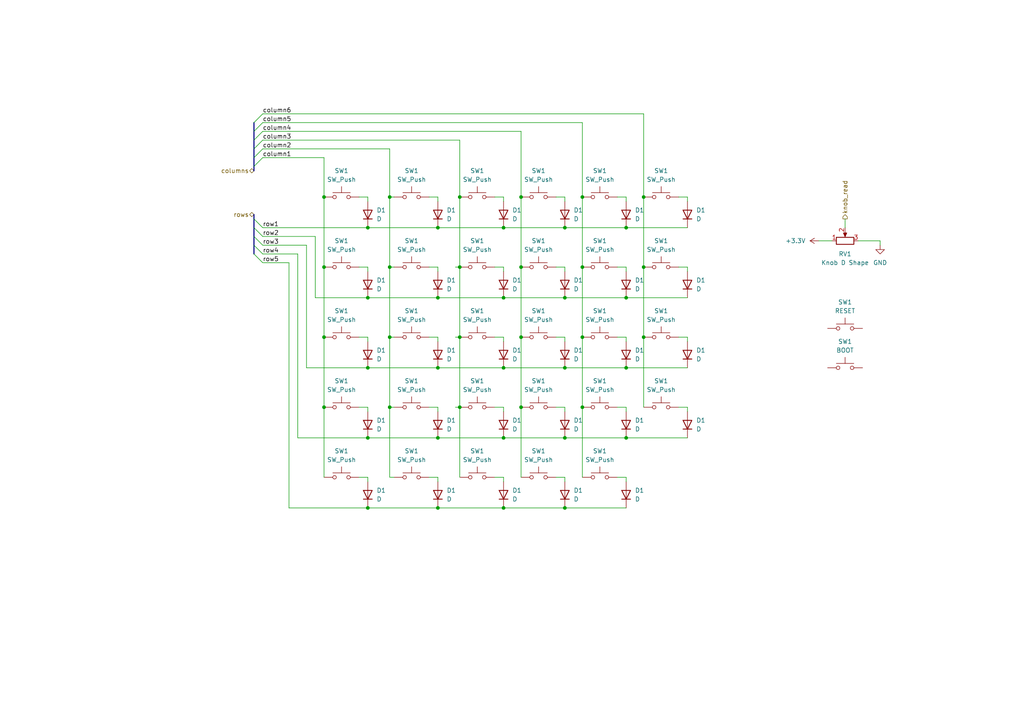
<source format=kicad_sch>
(kicad_sch (version 20230121) (generator eeschema)
  (paper "A4")
  (title_block (title "バングー Keyboard Schematic") (date "2024-01-20"))
  (lib_symbols
    (symbol "Device:D" (pin_numbers hide) (pin_names (offset 1.016) hide)
      (property "Reference" "D" (at 0 2.54 0))
      (property "Value" "D" (at 0 -2.54 0))
      (symbol "D_0_1"
        (polyline (pts (xy -1.27 1.27) (xy -1.27 -1.27)) (stroke (width 0.254)))
        (polyline (pts (xy 1.27 0) (xy -1.27 0)))
        (polyline (pts (xy 1.27 1.27) (xy 1.27 -1.27) (xy -1.27 0) (xy 1.27 1.27)) (stroke (width 0.254)))
      )
      (symbol "D_1_1"
        (pin passive line (at -3.81 0 0) (length 2.54) (name "K") (number "1"))
        (pin passive line (at 3.81 0 180) (length 2.54) (name "A") (number "2"))
      )
    )
    (symbol "Device:R_Potentiometer" (pin_names (offset 1.016) hide)
      (property "Reference" "RV" (at -4.445 0 90))
      (property "Value" "R_Potentiometer" (at -2.54 0 90))
      (symbol "R_Potentiometer_0_1"
        (polyline (pts (xy 2.54 0) (xy 1.524 0)))
        (polyline (pts (xy 1.143 0) (xy 2.286 0.508) (xy 2.286 -0.508) (xy 1.143 0)) (fill (type outline)))
        (rectangle (start 1.016 2.54) (end -1.016 -2.54) (stroke (width 0.254)))
      )
      (symbol "R_Potentiometer_1_1"
        (pin passive line (at 0 3.81 270) (length 1.27) (name "1") (number "1"))
        (pin passive line (at 3.81 0 180) (length 1.27) (name "2") (number "2"))
        (pin passive line (at 0 -3.81 90) (length 1.27) (name "3") (number "3"))
      )
    )
    (symbol "Switch:SW_Push" (pin_numbers hide) (pin_names (offset 1.016) hide)
      (property "Reference" "SW" (at 1.27 2.54 0))
      (property "Value" "SW_Push" (at 0 -1.524 0))
      (symbol "SW_Push_0_1"
        (circle (center -2.032 0) (radius 0.508))
        (polyline (pts (xy 0 1.27) (xy 0 3.048)))
        (polyline (pts (xy 2.54 1.27) (xy -2.54 1.27)))
        (circle (center 2.032 0) (radius 0.508))
        (pin passive line (at -5.08 0 0) (length 2.54) (name "1") (number "1"))
        (pin passive line (at 5.08 0 180) (length 2.54) (name "2") (number "2"))
      )
    )
    (symbol "power:+3.3V" (power) (pin_names (offset 0))
      (property "Value" "+3.3V" (at 0 3.556 0))
      (symbol "+3.3V_0_1"
        (polyline (pts (xy -0.762 1.27) (xy 0 2.54)))
        (polyline (pts (xy 0 0) (xy 0 2.54)))
        (polyline (pts (xy 0 2.54) (xy 0.762 1.27)))
      )
      (symbol "+3.3V_1_1"
        (pin power_in line (at 0 0 90) (length 0) hide (name "+3.3V") (number "1"))
      )
    )
    (symbol "power:GND" (power) (pin_names (offset 0))
      (property "Value" "GND" (at 0 -3.81 0))
      (symbol "GND_0_1"
        (polyline (pts (xy 0 0) (xy 0 -1.27) (xy 1.27 -1.27) (xy 0 -2.54) (xy -1.27 -1.27) (xy 0 -1.27)))
      )
      (symbol "GND_1_1"
        (pin power_in line (at 0 0 270) (length 0) hide (name "GND") (number "1"))
      )
    )
  )
  (junction (at 133.35 57.15))
  (junction (at 163.83 147.32))
  (junction (at 146.05 106.68))
  (junction (at 168.91 57.15))
  (junction (at 146.05 127))
  (junction (at 133.35 97.79))
  (junction (at 151.13 77.47))
  (junction (at 181.61 106.68))
  (junction (at 93.98 118.11))
  (junction (at 186.69 77.47))
  (junction (at 113.03 77.47))
  (junction (at 133.35 118.11))
  (junction (at 186.69 57.15))
  (junction (at 127 106.68))
  (junction (at 163.83 106.68))
  (junction (at 186.69 97.79))
  (junction (at 113.03 57.15))
  (junction (at 106.68 86.36))
  (junction (at 181.61 66.04))
  (junction (at 181.61 127))
  (junction (at 127 127))
  (junction (at 181.61 86.36))
  (junction (at 168.91 77.47))
  (junction (at 93.98 97.79))
  (junction (at 146.05 66.04))
  (junction (at 146.05 147.32))
  (junction (at 151.13 97.79))
  (junction (at 168.91 97.79))
  (junction (at 93.98 77.47))
  (junction (at 106.68 106.68))
  (junction (at 168.91 118.11))
  (junction (at 113.03 118.11))
  (junction (at 163.83 127))
  (junction (at 113.03 97.79))
  (junction (at 93.98 57.15))
  (junction (at 163.83 66.04))
  (junction (at 127 86.36))
  (junction (at 106.68 66.04))
  (junction (at 106.68 147.32))
  (junction (at 163.83 86.36))
  (junction (at 133.35 77.47))
  (junction (at 151.13 118.11))
  (junction (at 146.05 86.36))
  (junction (at 127 66.04))
  (junction (at 127 147.32))
  (junction (at 106.68 127))
  (junction (at 151.13 57.15))
  (bus_entry (at 76.2 66.04) (size -2.54 -2.54))
  (bus_entry (at 76.2 71.12) (size -2.54 -2.54))
  (bus_entry (at 73.66 43.18) (size 2.54 -2.54))
  (bus_entry (at 76.2 76.2) (size -2.54 -2.54))
  (bus_entry (at 73.66 48.26) (size 2.54 -2.54))
  (bus_entry (at 73.66 38.1) (size 2.54 -2.54))
  (bus_entry (at 73.66 45.72) (size 2.54 -2.54))
  (bus_entry (at 76.2 68.58) (size -2.54 -2.54))
  (bus_entry (at 76.2 73.66) (size -2.54 -2.54))
  (bus_entry (at 73.66 40.64) (size 2.54 -2.54))
  (bus_entry (at 73.66 35.56) (size 2.54 -2.54))
  (wire (pts (xy 104.14 118.11) (xy 106.68 118.11)))
  (wire (pts (xy 163.83 57.15) (xy 163.83 58.42)))
  (wire (pts (xy 124.46 138.43) (xy 127 138.43)))
  (wire (pts (xy 127 106.68) (xy 146.05 106.68)))
  (wire (pts (xy 146.05 127) (xy 163.83 127)))
  (wire (pts (xy 161.29 57.15) (xy 163.83 57.15)))
  (wire (pts (xy 76.2 38.1) (xy 151.13 38.1)))
  (wire (pts (xy 151.13 97.79) (xy 151.13 118.11)))
  (wire (pts (xy 127 66.04) (xy 146.05 66.04)))
  (wire (pts (xy 199.39 77.47) (xy 199.39 78.74)))
  (wire (pts (xy 91.44 68.58) (xy 91.44 86.36)))
  (wire (pts (xy 106.68 66.04) (xy 127 66.04)))
  (wire (pts (xy 104.14 138.43) (xy 106.68 138.43)))
  (wire (pts (xy 106.68 118.11) (xy 106.68 119.38)))
  (wire (pts (xy 161.29 97.79) (xy 163.83 97.79)))
  (wire (pts (xy 181.61 106.68) (xy 199.39 106.68)))
  (wire (pts (xy 196.85 97.79) (xy 199.39 97.79)))
  (wire (pts (xy 151.13 57.15) (xy 151.13 77.47)))
  (wire (pts (xy 181.61 57.15) (xy 181.61 58.42)))
  (wire (pts (xy 151.13 77.47) (xy 151.13 97.79)))
  (wire (pts (xy 179.07 138.43) (xy 181.61 138.43)))
  (wire (pts (xy 181.61 118.11) (xy 181.61 119.38)))
  (wire (pts (xy 106.68 127) (xy 127 127)))
  (wire (pts (xy 76.2 33.02) (xy 186.69 33.02)))
  (bus (pts (xy 73.66 40.64) (xy 73.66 43.18)))
  (wire (pts (xy 83.82 147.32) (xy 106.68 147.32)))
  (wire (pts (xy 93.98 118.11) (xy 93.98 138.43)))
  (wire (pts (xy 146.05 77.47) (xy 146.05 78.74)))
  (wire (pts (xy 168.91 35.56) (xy 168.91 57.15)))
  (wire (pts (xy 179.07 97.79) (xy 181.61 97.79)))
  (wire (pts (xy 88.9 71.12) (xy 76.2 71.12)))
  (bus (pts (xy 73.66 38.1) (xy 73.66 40.64)))
  (wire (pts (xy 133.35 77.47) (xy 133.35 97.79)))
  (wire (pts (xy 186.69 77.47) (xy 186.69 97.79)))
  (wire (pts (xy 168.91 77.47) (xy 168.91 97.79)))
  (wire (pts (xy 143.51 138.43) (xy 146.05 138.43)))
  (wire (pts (xy 76.2 76.2) (xy 83.82 76.2)))
  (bus (pts (xy 73.66 68.58) (xy 73.66 71.12)))
  (wire (pts (xy 127 138.43) (xy 127 139.7)))
  (wire (pts (xy 124.46 97.79) (xy 127 97.79)))
  (wire (pts (xy 106.68 97.79) (xy 106.68 99.06)))
  (wire (pts (xy 113.03 97.79) (xy 113.03 118.11)))
  (wire (pts (xy 76.2 66.04) (xy 106.68 66.04)))
  (wire (pts (xy 181.61 127) (xy 199.39 127)))
  (bus (pts (xy 73.66 35.56) (xy 73.66 38.1)))
  (wire (pts (xy 161.29 138.43) (xy 163.83 138.43)))
  (wire (pts (xy 163.83 106.68) (xy 181.61 106.68)))
  (wire (pts (xy 88.9 106.68) (xy 88.9 71.12)))
  (wire (pts (xy 127 127) (xy 146.05 127)))
  (wire (pts (xy 143.51 118.11) (xy 146.05 118.11)))
  (wire (pts (xy 146.05 57.15) (xy 146.05 58.42)))
  (wire (pts (xy 179.07 77.47) (xy 181.61 77.47)))
  (bus (pts (xy 73.66 66.04) (xy 73.66 68.58)))
  (wire (pts (xy 151.13 118.11) (xy 151.13 138.43)))
  (wire (pts (xy 163.83 77.47) (xy 163.83 78.74)))
  (wire (pts (xy 163.83 127) (xy 181.61 127)))
  (wire (pts (xy 248.92 69.85) (xy 255.27 69.85)))
  (wire (pts (xy 163.83 147.32) (xy 181.61 147.32)))
  (wire (pts (xy 127 147.32) (xy 146.05 147.32)))
  (bus (pts (xy 73.66 45.72) (xy 73.66 48.26)))
  (wire (pts (xy 133.35 57.15) (xy 133.35 77.47)))
  (bus (pts (xy 73.66 43.18) (xy 73.66 45.72)))
  (wire (pts (xy 124.46 57.15) (xy 127 57.15)))
  (wire (pts (xy 113.03 57.15) (xy 113.03 77.47)))
  (wire (pts (xy 76.2 68.58) (xy 91.44 68.58)))
  (wire (pts (xy 161.29 118.11) (xy 163.83 118.11)))
  (wire (pts (xy 199.39 57.15) (xy 199.39 58.42)))
  (bus (pts (xy 73.66 48.26) (xy 73.66 49.53)))
  (wire (pts (xy 196.85 57.15) (xy 199.39 57.15)))
  (wire (pts (xy 181.61 77.47) (xy 181.61 78.74)))
  (wire (pts (xy 146.05 86.36) (xy 163.83 86.36)))
  (wire (pts (xy 168.91 118.11) (xy 168.91 138.43)))
  (wire (pts (xy 163.83 97.79) (xy 163.83 99.06)))
  (wire (pts (xy 113.03 118.11) (xy 114.3 118.11)))
  (wire (pts (xy 179.07 118.11) (xy 181.61 118.11)))
  (wire (pts (xy 143.51 77.47) (xy 146.05 77.47)))
  (wire (pts (xy 86.36 127) (xy 106.68 127)))
  (wire (pts (xy 113.03 43.18) (xy 113.03 57.15)))
  (wire (pts (xy 113.03 77.47) (xy 113.03 97.79)))
  (wire (pts (xy 106.68 77.47) (xy 106.68 78.74)))
  (wire (pts (xy 113.03 118.11) (xy 113.03 138.43)))
  (wire (pts (xy 151.13 38.1) (xy 151.13 57.15)))
  (wire (pts (xy 199.39 118.11) (xy 199.39 119.38)))
  (wire (pts (xy 88.9 106.68) (xy 106.68 106.68)))
  (wire (pts (xy 255.27 69.85) (xy 255.27 71.12)))
  (wire (pts (xy 106.68 86.36) (xy 127 86.36)))
  (wire (pts (xy 146.05 138.43) (xy 146.05 139.7)))
  (wire (pts (xy 113.03 138.43) (xy 114.3 138.43)))
  (wire (pts (xy 106.68 106.68) (xy 127 106.68)))
  (wire (pts (xy 181.61 86.36) (xy 199.39 86.36)))
  (wire (pts (xy 146.05 66.04) (xy 163.83 66.04)))
  (wire (pts (xy 237.49 69.85) (xy 241.3 69.85)))
  (wire (pts (xy 104.14 57.15) (xy 106.68 57.15)))
  (wire (pts (xy 186.69 57.15) (xy 186.69 77.47)))
  (wire (pts (xy 196.85 77.47) (xy 199.39 77.47)))
  (wire (pts (xy 133.35 118.11) (xy 133.35 138.43)))
  (wire (pts (xy 113.03 77.47) (xy 114.3 77.47)))
  (wire (pts (xy 127 57.15) (xy 127 58.42)))
  (wire (pts (xy 93.98 45.72) (xy 93.98 57.15)))
  (wire (pts (xy 93.98 57.15) (xy 93.98 77.47)))
  (wire (pts (xy 163.83 138.43) (xy 163.83 139.7)))
  (wire (pts (xy 186.69 97.79) (xy 186.69 118.11)))
  (wire (pts (xy 146.05 97.79) (xy 146.05 99.06)))
  (wire (pts (xy 76.2 35.56) (xy 168.91 35.56)))
  (wire (pts (xy 83.82 76.2) (xy 83.82 147.32)))
  (wire (pts (xy 127 77.47) (xy 127 78.74)))
  (wire (pts (xy 104.14 77.47) (xy 106.68 77.47)))
  (bus (pts (xy 73.66 63.5) (xy 73.66 66.04)))
  (bus (pts (xy 73.66 71.12) (xy 73.66 73.66)))
  (wire (pts (xy 163.83 118.11) (xy 163.83 119.38)))
  (wire (pts (xy 168.91 57.15) (xy 168.91 77.47)))
  (wire (pts (xy 133.35 40.64) (xy 133.35 57.15)))
  (wire (pts (xy 124.46 77.47) (xy 127 77.47)))
  (wire (pts (xy 76.2 43.18) (xy 113.03 43.18)))
  (wire (pts (xy 113.03 57.15) (xy 114.3 57.15)))
  (wire (pts (xy 106.68 138.43) (xy 106.68 139.7)))
  (wire (pts (xy 86.36 73.66) (xy 86.36 127)))
  (wire (pts (xy 146.05 106.68) (xy 163.83 106.68)))
  (wire (pts (xy 143.51 57.15) (xy 146.05 57.15)))
  (wire (pts (xy 76.2 73.66) (xy 86.36 73.66)))
  (wire (pts (xy 91.44 86.36) (xy 106.68 86.36)))
  (wire (pts (xy 161.29 77.47) (xy 163.83 77.47)))
  (wire (pts (xy 186.69 33.02) (xy 186.69 57.15)))
  (wire (pts (xy 168.91 97.79) (xy 168.91 118.11)))
  (wire (pts (xy 93.98 97.79) (xy 93.98 118.11)))
  (wire (pts (xy 127 97.79) (xy 127 99.06)))
  (wire (pts (xy 76.2 40.64) (xy 133.35 40.64)))
  (wire (pts (xy 133.35 77.47) (xy 132.08 77.47)))
  (wire (pts (xy 127 86.36) (xy 146.05 86.36)))
  (wire (pts (xy 245.11 63.5) (xy 245.11 66.04)))
  (wire (pts (xy 124.46 118.11) (xy 127 118.11)))
  (wire (pts (xy 113.03 97.79) (xy 114.3 97.79)))
  (bus (pts (xy 73.66 62.23) (xy 73.66 63.5)))
  (wire (pts (xy 143.51 97.79) (xy 146.05 97.79)))
  (wire (pts (xy 181.61 97.79) (xy 181.61 99.06)))
  (wire (pts (xy 146.05 147.32) (xy 163.83 147.32)))
  (wire (pts (xy 181.61 138.43) (xy 181.61 139.7)))
  (wire (pts (xy 199.39 97.79) (xy 199.39 99.06)))
  (wire (pts (xy 146.05 118.11) (xy 146.05 119.38)))
  (wire (pts (xy 163.83 86.36) (xy 181.61 86.36)))
  (wire (pts (xy 133.35 118.11) (xy 132.08 118.11)))
  (wire (pts (xy 179.07 57.15) (xy 181.61 57.15)))
  (wire (pts (xy 127 118.11) (xy 127 119.38)))
  (wire (pts (xy 104.14 97.79) (xy 106.68 97.79)))
  (wire (pts (xy 163.83 66.04) (xy 181.61 66.04)))
  (wire (pts (xy 133.35 97.79) (xy 133.35 118.11)))
  (wire (pts (xy 76.2 45.72) (xy 93.98 45.72)))
  (wire (pts (xy 133.35 97.79) (xy 132.08 97.79)))
  (wire (pts (xy 196.85 118.11) (xy 199.39 118.11)))
  (wire (pts (xy 181.61 66.04) (xy 199.39 66.04)))
  (wire (pts (xy 106.68 57.15) (xy 106.68 58.42)))
  (wire (pts (xy 93.98 77.47) (xy 93.98 97.79)))
  (wire (pts (xy 106.68 147.32) (xy 127 147.32)))
  (label "row4" (at 76.2 73.66 0))
  (label "row3" (at 76.2 71.12 0))
  (label "row2" (at 76.2 68.58 0))
  (label "column3" (at 76.2 40.64 0))
  (label "column1" (at 76.2 45.72 0))
  (label "row1" (at 76.2 66.04 0))
  (label "column2" (at 76.2 43.18 0))
  (label "column5" (at 76.2 35.56 0))
  (label "column4" (at 76.2 38.1 0))
  (label "row5" (at 76.2 76.2 0))
  (label "column6" (at 76.2 33.02 0))
  (hierarchical_label "rows" (shape bidirectional) (at 73.66 62.23 180))
  (hierarchical_label "knob_read" (shape output) (at 245.11 63.5 90))
  (hierarchical_label "columns" (shape bidirectional) (at 73.66 49.53 180))
  (symbol (lib_id "Switch:SW_Push") (at 191.77 77.47 0) (unit 1)
    (property "Reference" "SW1" (at 191.77 69.85 0))
    (property "Value" "SW_Push" (at 191.77 72.39 0))
    (instances (project "lily58_keyboard" (path "" (reference "SW1") (unit 1)) (path "" (reference "SW12") (unit 1))))
  )
  (symbol (lib_id "Device:D") (at 163.83 82.55 90) (unit 1)
    (property "Reference" "D1" (at 166.37 81.28 90) (effects (justify right)))
    (property "Value" "D" (at 166.37 83.82 90) (effects (justify right)))
    (property "Sim.Device" "D" (effects hide))
    (property "Sim.Pins" "1=K 2=A" (effects hide))
    (instances (project "lily58_keyboard" (path "" (reference "D1") (unit 1)) (path "" (reference "D10") (unit 1))))
  )
  (symbol (lib_id "Switch:SW_Push") (at 191.77 97.79 0) (unit 1)
    (property "Reference" "SW1" (at 191.77 90.17 0))
    (property "Value" "SW_Push" (at 191.77 92.71 0))
    (instances (project "lily58_keyboard" (path "" (reference "SW1") (unit 1)) (path "" (reference "SW18") (unit 1))))
  )
  (symbol (lib_id "Device:D") (at 146.05 62.23 90) (unit 1)
    (property "Reference" "D1" (at 148.59 60.96 90) (effects (justify right)))
    (property "Value" "D" (at 148.59 63.5 90) (effects (justify right)))
    (property "Sim.Device" "D" (effects hide))
    (property "Sim.Pins" "1=K 2=A" (effects hide))
    (instances (project "lily58_keyboard" (path "" (reference "D1") (unit 1)) (path "" (reference "D3") (unit 1))))
  )
  (symbol (lib_id "Device:D") (at 127 62.23 90) (unit 1)
    (property "Reference" "D1" (at 129.54 60.96 90) (effects (justify right)))
    (property "Value" "D" (at 129.54 63.5 90) (effects (justify right)))
    (property "Sim.Device" "D" (effects hide))
    (property "Sim.Pins" "1=K 2=A" (effects hide))
    (instances (project "lily58_keyboard" (path "" (reference "D1") (unit 1)) (path "" (reference "D2") (unit 1))))
  )
  (symbol (lib_id "Device:D") (at 106.68 62.23 90) (unit 1)
    (property "Reference" "D1" (at 109.22 60.96 90) (effects (justify right)))
    (property "Value" "D" (at 109.22 63.5 90) (effects (justify right)))
    (property "Sim.Device" "D" (effects hide))
    (property "Sim.Pins" "1=K 2=A" (effects hide))
  )
  (symbol (lib_id "Switch:SW_Push") (at 173.99 97.79 0) (unit 1)
    (property "Reference" "SW1" (at 173.99 90.17 0))
    (property "Value" "SW_Push" (at 173.99 92.71 0))
    (instances (project "lily58_keyboard" (path "" (reference "SW1") (unit 1)) (path "" (reference "SW17") (unit 1))))
  )
  (symbol (lib_id "Device:D") (at 163.83 102.87 90) (unit 1)
    (property "Reference" "D1" (at 166.37 101.6 90) (effects (justify right)))
    (property "Value" "D" (at 166.37 104.14 90) (effects (justify right)))
    (property "Sim.Device" "D" (effects hide))
    (property "Sim.Pins" "1=K 2=A" (effects hide))
    (instances (project "lily58_keyboard" (path "" (reference "D1") (unit 1)) (path "" (reference "D16") (unit 1))))
  )
  (symbol (lib_id "Switch:SW_Push") (at 138.43 57.15 0) (unit 1)
    (property "Reference" "SW1" (at 138.43 49.53 0))
    (property "Value" "SW_Push" (at 138.43 52.07 0))
    (instances (project "lily58_keyboard" (path "" (reference "SW1") (unit 1)) (path "" (reference "SW3") (unit 1))))
  )
  (symbol (lib_id "Switch:SW_Push") (at 156.21 138.43 0) (unit 1)
    (property "Reference" "SW1" (at 156.21 130.81 0))
    (property "Value" "SW_Push" (at 156.21 133.35 0))
    (instances (project "lily58_keyboard" (path "" (reference "SW1") (unit 1)) (path "" (reference "SW28") (unit 1))))
  )
  (symbol (lib_id "Switch:SW_Push") (at 99.06 97.79 0) (unit 1)
    (property "Reference" "SW1" (at 99.06 90.17 0))
    (property "Value" "SW_Push" (at 99.06 92.71 0))
    (instances (project "lily58_keyboard" (path "" (reference "SW1") (unit 1)) (path "" (reference "SW13") (unit 1))))
  )
  (symbol (lib_id "Switch:SW_Push") (at 99.06 77.47 0) (unit 1)
    (property "Reference" "SW1" (at 99.06 69.85 0))
    (property "Value" "SW_Push" (at 99.06 72.39 0))
    (instances (project "lily58_keyboard" (path "" (reference "SW1") (unit 1)) (path "" (reference "SW7") (unit 1))))
  )
  (symbol (lib_id "Device:D") (at 146.05 123.19 90) (unit 1)
    (property "Reference" "D1" (at 148.59 121.92 90) (effects (justify right)))
    (property "Value" "D" (at 148.59 124.46 90) (effects (justify right)))
    (property "Sim.Device" "D" (effects hide))
    (property "Sim.Pins" "1=K 2=A" (effects hide))
    (instances (project "lily58_keyboard" (path "" (reference "D1") (unit 1)) (path "" (reference "D21") (unit 1))))
  )
  (symbol (lib_id "Device:D") (at 181.61 123.19 90) (unit 1)
    (property "Reference" "D1" (at 184.15 121.92 90) (effects (justify right)))
    (property "Value" "D" (at 184.15 124.46 90) (effects (justify right)))
    (property "Sim.Device" "D" (effects hide))
    (property "Sim.Pins" "1=K 2=A" (effects hide))
    (instances (project "lily58_keyboard" (path "" (reference "D1") (unit 1)) (path "" (reference "D23") (unit 1))))
  )
  (symbol (lib_id "Device:D") (at 106.68 123.19 90) (unit 1)
    (property "Reference" "D1" (at 109.22 121.92 90) (effects (justify right)))
    (property "Value" "D" (at 109.22 124.46 90) (effects (justify right)))
    (property "Sim.Device" "D" (effects hide))
    (property "Sim.Pins" "1=K 2=A" (effects hide))
    (instances (project "lily58_keyboard" (path "" (reference "D1") (unit 1)) (path "" (reference "D19") (unit 1))))
  )
  (symbol (lib_id "Switch:SW_Push") (at 138.43 118.11 0) (unit 1)
    (property "Reference" "SW1" (at 138.43 110.49 0))
    (property "Value" "SW_Push" (at 138.43 113.03 0))
    (instances (project "lily58_keyboard" (path "" (reference "SW1") (unit 1)) (path "" (reference "SW21") (unit 1))))
  )
  (symbol (lib_id "Device:D") (at 127 82.55 90) (unit 1)
    (property "Reference" "D1" (at 129.54 81.28 90) (effects (justify right)))
    (property "Value" "D" (at 129.54 83.82 90) (effects (justify right)))
    (property "Sim.Device" "D" (effects hide))
    (property "Sim.Pins" "1=K 2=A" (effects hide))
    (instances (project "lily58_keyboard" (path "" (reference "D1") (unit 1)) (path "" (reference "D8") (unit 1))))
  )
  (symbol (lib_id "Switch:SW_Push") (at 191.77 57.15 0) (unit 1)
    (property "Reference" "SW1" (at 191.77 49.53 0))
    (property "Value" "SW_Push" (at 191.77 52.07 0))
    (instances (project "lily58_keyboard" (path "" (reference "SW1") (unit 1)) (path "" (reference "SW6") (unit 1))))
  )
  (symbol (lib_id "Switch:SW_Push") (at 156.21 57.15 0) (unit 1)
    (property "Reference" "SW1" (at 156.21 49.53 0))
    (property "Value" "SW_Push" (at 156.21 52.07 0))
    (instances (project "lily58_keyboard" (path "" (reference "SW1") (unit 1)) (path "" (reference "SW4") (unit 1))))
  )
  (symbol (lib_id "Switch:SW_Push") (at 156.21 97.79 0) (unit 1)
    (property "Reference" "SW1" (at 156.21 90.17 0))
    (property "Value" "SW_Push" (at 156.21 92.71 0))
    (instances (project "lily58_keyboard" (path "" (reference "SW1") (unit 1)) (path "" (reference "SW16") (unit 1))))
  )
  (symbol (lib_id "Switch:SW_Push") (at 173.99 138.43 0) (unit 1)
    (property "Reference" "SW1" (at 173.99 130.81 0))
    (property "Value" "SW_Push" (at 173.99 133.35 0))
    (instances (project "lily58_keyboard" (path "" (reference "SW1") (unit 1)) (path "" (reference "SW29") (unit 1))))
  )
  (symbol (lib_id "Device:D") (at 106.68 102.87 90) (unit 1)
    (property "Reference" "D1" (at 109.22 101.6 90) (effects (justify right)))
    (property "Value" "D" (at 109.22 104.14 90) (effects (justify right)))
    (property "Sim.Device" "D" (effects hide))
    (property "Sim.Pins" "1=K 2=A" (effects hide))
    (instances (project "lily58_keyboard" (path "" (reference "D1") (unit 1)) (path "" (reference "D13") (unit 1))))
  )
  (symbol (lib_id "Switch:SW_Push") (at 119.38 57.15 0) (unit 1)
    (property "Reference" "SW1" (at 119.38 49.53 0))
    (property "Value" "SW_Push" (at 119.38 52.07 0))
    (instances (project "lily58_keyboard" (path "" (reference "SW1") (unit 1)) (path "" (reference "SW2") (unit 1))))
  )
  (symbol (lib_id "Device:D") (at 127 102.87 90) (unit 1)
    (property "Reference" "D1" (at 129.54 101.6 90) (effects (justify right)))
    (property "Value" "D" (at 129.54 104.14 90) (effects (justify right)))
    (property "Sim.Device" "D" (effects hide))
    (property "Sim.Pins" "1=K 2=A" (effects hide))
    (instances (project "lily58_keyboard" (path "" (reference "D1") (unit 1)) (path "" (reference "D14") (unit 1))))
  )
  (symbol (lib_id "Device:D") (at 181.61 102.87 90) (unit 1)
    (property "Reference" "D1" (at 184.15 101.6 90) (effects (justify right)))
    (property "Value" "D" (at 184.15 104.14 90) (effects (justify right)))
    (property "Sim.Device" "D" (effects hide))
    (property "Sim.Pins" "1=K 2=A" (effects hide))
    (instances (project "lily58_keyboard" (path "" (reference "D1") (unit 1)) (path "" (reference "D17") (unit 1))))
  )
  (symbol (lib_id "Switch:SW_Push") (at 173.99 57.15 0) (unit 1)
    (property "Reference" "SW1" (at 173.99 49.53 0))
    (property "Value" "SW_Push" (at 173.99 52.07 0))
    (instances (project "lily58_keyboard" (path "" (reference "SW1") (unit 1)) (path "" (reference "SW5") (unit 1))))
  )
  (symbol (lib_id "Device:R_Potentiometer") (at 245.11 69.85 90) (unit 1)
    (property "Reference" "RV1" (at 245.11 73.66 90))
    (property "Value" "Knob D Shape" (at 245.11 76.2 90))
  )
  (symbol (lib_id "power:+3.3V") (at 237.49 69.85 90) (unit 1)
    (property "Reference" "#PWR06" (effects hide))
    (property "Value" "+3.3V" (at 233.68 69.85 90) (effects (justify left)))
  )
  (symbol (lib_id "Switch:SW_Push") (at 138.43 97.79 0) (unit 1)
    (property "Reference" "SW1" (at 138.43 90.17 0))
    (property "Value" "SW_Push" (at 138.43 92.71 0))
    (instances (project "lily58_keyboard" (path "" (reference "SW1") (unit 1)) (path "" (reference "SW15") (unit 1))))
  )
  (symbol (lib_id "Device:D") (at 163.83 62.23 90) (unit 1)
    (property "Reference" "D1" (at 166.37 60.96 90) (effects (justify right)))
    (property "Value" "D" (at 166.37 63.5 90) (effects (justify right)))
    (property "Sim.Device" "D" (effects hide))
    (property "Sim.Pins" "1=K 2=A" (effects hide))
    (instances (project "lily58_keyboard" (path "" (reference "D1") (unit 1)) (path "" (reference "D4") (unit 1))))
  )
  (symbol (lib_id "Switch:SW_Push") (at 156.21 118.11 0) (unit 1)
    (property "Reference" "SW1" (at 156.21 110.49 0))
    (property "Value" "SW_Push" (at 156.21 113.03 0))
    (instances (project "lily58_keyboard" (path "" (reference "SW1") (unit 1)) (path "" (reference "SW22") (unit 1))))
  )
  (symbol (lib_id "Switch:SW_Push") (at 99.06 57.15 0) (unit 1)
    (property "Reference" "SW1" (at 99.06 49.53 0))
    (property "Value" "SW_Push" (at 99.06 52.07 0))
  )
  (symbol (lib_id "Device:D") (at 199.39 82.55 90) (unit 1)
    (property "Reference" "D1" (at 201.93 81.28 90) (effects (justify right)))
    (property "Value" "D" (at 201.93 83.82 90) (effects (justify right)))
    (property "Sim.Device" "D" (effects hide))
    (property "Sim.Pins" "1=K 2=A" (effects hide))
    (instances (project "lily58_keyboard" (path "" (reference "D1") (unit 1)) (path "" (reference "D12") (unit 1))))
  )
  (symbol (lib_id "Device:D") (at 181.61 143.51 90) (unit 1)
    (property "Reference" "D1" (at 184.15 142.24 90) (effects (justify right)))
    (property "Value" "D" (at 184.15 144.78 90) (effects (justify right)))
    (property "Sim.Device" "D" (effects hide))
    (property "Sim.Pins" "1=K 2=A" (effects hide))
    (instances (project "lily58_keyboard" (path "" (reference "D1") (unit 1)) (path "" (reference "D29") (unit 1))))
  )
  (symbol (lib_id "Device:D") (at 163.83 123.19 90) (unit 1)
    (property "Reference" "D1" (at 166.37 121.92 90) (effects (justify right)))
    (property "Value" "D" (at 166.37 124.46 90) (effects (justify right)))
    (property "Sim.Device" "D" (effects hide))
    (property "Sim.Pins" "1=K 2=A" (effects hide))
    (instances (project "lily58_keyboard" (path "" (reference "D1") (unit 1)) (path "" (reference "D22") (unit 1))))
  )
  (symbol (lib_id "Switch:SW_Push") (at 245.11 106.68 0) (unit 1)
    (property "Reference" "SW1" (at 245.11 99.06 0))
    (property "Value" "BOOT" (at 245.11 101.6 0))
    (instances (project "lily58_keyboard" (path "" (reference "SW1") (unit 1)) (path "" (reference "SW31") (unit 1))))
  )
  (symbol (lib_id "Switch:SW_Push") (at 119.38 97.79 0) (unit 1)
    (property "Reference" "SW1" (at 119.38 90.17 0))
    (property "Value" "SW_Push" (at 119.38 92.71 0))
    (instances (project "lily58_keyboard" (path "" (reference "SW1") (unit 1)) (path "" (reference "SW14") (unit 1))))
  )
  (symbol (lib_id "Device:D") (at 199.39 102.87 90) (unit 1)
    (property "Reference" "D1" (at 201.93 101.6 90) (effects (justify right)))
    (property "Value" "D" (at 201.93 104.14 90) (effects (justify right)))
    (property "Sim.Device" "D" (effects hide))
    (property "Sim.Pins" "1=K 2=A" (effects hide))
    (instances (project "lily58_keyboard" (path "" (reference "D1") (unit 1)) (path "" (reference "D18") (unit 1))))
  )
  (symbol (lib_id "Switch:SW_Push") (at 99.06 138.43 0) (unit 1)
    (property "Reference" "SW1" (at 99.06 130.81 0))
    (property "Value" "SW_Push" (at 99.06 133.35 0))
    (instances (project "lily58_keyboard" (path "" (reference "SW1") (unit 1)) (path "" (reference "SW25") (unit 1))))
  )
  (symbol (lib_id "Switch:SW_Push") (at 99.06 118.11 0) (unit 1)
    (property "Reference" "SW1" (at 99.06 110.49 0))
    (property "Value" "SW_Push" (at 99.06 113.03 0))
    (instances (project "lily58_keyboard" (path "" (reference "SW1") (unit 1)) (path "" (reference "SW19") (unit 1))))
  )
  (symbol (lib_id "Device:D") (at 106.68 82.55 90) (unit 1)
    (property "Reference" "D1" (at 109.22 81.28 90) (effects (justify right)))
    (property "Value" "D" (at 109.22 83.82 90) (effects (justify right)))
    (property "Sim.Device" "D" (effects hide))
    (property "Sim.Pins" "1=K 2=A" (effects hide))
    (instances (project "lily58_keyboard" (path "" (reference "D1") (unit 1)) (path "" (reference "D7") (unit 1))))
  )
  (symbol (lib_id "Device:D") (at 127 143.51 90) (unit 1)
    (property "Reference" "D1" (at 129.54 142.24 90) (effects (justify right)))
    (property "Value" "D" (at 129.54 144.78 90) (effects (justify right)))
    (property "Sim.Device" "D" (effects hide))
    (property "Sim.Pins" "1=K 2=A" (effects hide))
    (instances (project "lily58_keyboard" (path "" (reference "D1") (unit 1)) (path "" (reference "D26") (unit 1))))
  )
  (symbol (lib_id "Switch:SW_Push") (at 119.38 138.43 0) (unit 1)
    (property "Reference" "SW1" (at 119.38 130.81 0))
    (property "Value" "SW_Push" (at 119.38 133.35 0))
    (instances (project "lily58_keyboard" (path "" (reference "SW1") (unit 1)) (path "" (reference "SW26") (unit 1))))
  )
  (symbol (lib_id "Switch:SW_Push") (at 138.43 138.43 0) (unit 1)
    (property "Reference" "SW1" (at 138.43 130.81 0))
    (property "Value" "SW_Push" (at 138.43 133.35 0))
    (instances (project "lily58_keyboard" (path "" (reference "SW1") (unit 1)) (path "" (reference "SW27") (unit 1))))
  )
  (symbol (lib_id "power:GND") (at 255.27 71.12 0) (unit 1)
    (property "Reference" "#PWR05" (effects hide))
    (property "Value" "GND" (at 255.27 76.2 0))
  )
  (symbol (lib_id "Device:D") (at 181.61 62.23 90) (unit 1)
    (property "Reference" "D1" (at 184.15 60.96 90) (effects (justify right)))
    (property "Value" "D" (at 184.15 63.5 90) (effects (justify right)))
    (property "Sim.Device" "D" (effects hide))
    (property "Sim.Pins" "1=K 2=A" (effects hide))
    (instances (project "lily58_keyboard" (path "" (reference "D1") (unit 1)) (path "" (reference "D5") (unit 1))))
  )
  (symbol (lib_id "Switch:SW_Push") (at 173.99 77.47 0) (unit 1)
    (property "Reference" "SW1" (at 173.99 69.85 0))
    (property "Value" "SW_Push" (at 173.99 72.39 0))
    (instances (project "lily58_keyboard" (path "" (reference "SW1") (unit 1)) (path "" (reference "SW11") (unit 1))))
  )
  (symbol (lib_id "Device:D") (at 199.39 123.19 90) (unit 1)
    (property "Reference" "D1" (at 201.93 121.92 90) (effects (justify right)))
    (property "Value" "D" (at 201.93 124.46 90) (effects (justify right)))
    (property "Sim.Device" "D" (effects hide))
    (property "Sim.Pins" "1=K 2=A" (effects hide))
    (instances (project "lily58_keyboard" (path "" (reference "D1") (unit 1)) (path "" (reference "D24") (unit 1))))
  )
  (symbol (lib_id "Switch:SW_Push") (at 245.11 95.25 0) (unit 1)
    (property "Reference" "SW1" (at 245.11 87.63 0))
    (property "Value" "RESET" (at 245.11 90.17 0))
    (instances (project "lily58_keyboard" (path "" (reference "SW1") (unit 1)) (path "" (reference "SW30") (unit 1))))
  )
  (symbol (lib_id "Device:D") (at 146.05 82.55 90) (unit 1)
    (property "Reference" "D1" (at 148.59 81.28 90) (effects (justify right)))
    (property "Value" "D" (at 148.59 83.82 90) (effects (justify right)))
    (property "Sim.Device" "D" (effects hide))
    (property "Sim.Pins" "1=K 2=A" (effects hide))
    (instances (project "lily58_keyboard" (path "" (reference "D1") (unit 1)) (path "" (reference "D9") (unit 1))))
  )
  (symbol (lib_id "Device:D") (at 181.61 82.55 90) (unit 1)
    (property "Reference" "D1" (at 184.15 81.28 90) (effects (justify right)))
    (property "Value" "D" (at 184.15 83.82 90) (effects (justify right)))
    (property "Sim.Device" "D" (effects hide))
    (property "Sim.Pins" "1=K 2=A" (effects hide))
    (instances (project "lily58_keyboard" (path "" (reference "D1") (unit 1)) (path "" (reference "D11") (unit 1))))
  )
  (symbol (lib_id "Device:D") (at 199.39 62.23 90) (unit 1)
    (property "Reference" "D1" (at 201.93 60.96 90) (effects (justify right)))
    (property "Value" "D" (at 201.93 63.5 90) (effects (justify right)))
    (property "Sim.Device" "D" (effects hide))
    (property "Sim.Pins" "1=K 2=A" (effects hide))
    (instances (project "lily58_keyboard" (path "" (reference "D1") (unit 1)) (path "" (reference "D6") (unit 1))))
  )
  (symbol (lib_id "Switch:SW_Push") (at 138.43 77.47 0) (unit 1)
    (property "Reference" "SW1" (at 138.43 69.85 0))
    (property "Value" "SW_Push" (at 138.43 72.39 0))
    (instances (project "lily58_keyboard" (path "" (reference "SW1") (unit 1)) (path "" (reference "SW9") (unit 1))))
  )
  (symbol (lib_id "Device:D") (at 146.05 143.51 90) (unit 1)
    (property "Reference" "D1" (at 148.59 142.24 90) (effects (justify right)))
    (property "Value" "D" (at 148.59 144.78 90) (effects (justify right)))
    (property "Sim.Device" "D" (effects hide))
    (property "Sim.Pins" "1=K 2=A" (effects hide))
    (instances (project "lily58_keyboard" (path "" (reference "D1") (unit 1)) (path "" (reference "D27") (unit 1))))
  )
  (symbol (lib_id "Switch:SW_Push") (at 173.99 118.11 0) (unit 1)
    (property "Reference" "SW1" (at 173.99 110.49 0))
    (property "Value" "SW_Push" (at 173.99 113.03 0))
    (instances (project "lily58_keyboard" (path "" (reference "SW1") (unit 1)) (path "" (reference "SW23") (unit 1))))
  )
  (symbol (lib_id "Device:D") (at 106.68 143.51 90) (unit 1)
    (property "Reference" "D1" (at 109.22 142.24 90) (effects (justify right)))
    (property "Value" "D" (at 109.22 144.78 90) (effects (justify right)))
    (property "Sim.Device" "D" (effects hide))
    (property "Sim.Pins" "1=K 2=A" (effects hide))
    (instances (project "lily58_keyboard" (path "" (reference "D1") (unit 1)) (path "" (reference "D25") (unit 1))))
  )
  (symbol (lib_id "Device:D") (at 146.05 102.87 90) (unit 1)
    (property "Reference" "D1" (at 148.59 101.6 90) (effects (justify right)))
    (property "Value" "D" (at 148.59 104.14 90) (effects (justify right)))
    (property "Sim.Device" "D" (effects hide))
    (property "Sim.Pins" "1=K 2=A" (effects hide))
    (instances (project "lily58_keyboard" (path "" (reference "D1") (unit 1)) (path "" (reference "D15") (unit 1))))
  )
  (symbol (lib_id "Switch:SW_Push") (at 119.38 118.11 0) (unit 1)
    (property "Reference" "SW1" (at 119.38 110.49 0))
    (property "Value" "SW_Push" (at 119.38 113.03 0))
    (instances (project "lily58_keyboard" (path "" (reference "SW1") (unit 1)) (path "" (reference "SW20") (unit 1))))
  )
  (symbol (lib_id "Switch:SW_Push") (at 119.38 77.47 0) (unit 1)
    (property "Reference" "SW1" (at 119.38 69.85 0))
    (property "Value" "SW_Push" (at 119.38 72.39 0))
    (instances (project "lily58_keyboard" (path "" (reference "SW1") (unit 1)) (path "" (reference "SW8") (unit 1))))
  )
  (symbol (lib_id "Switch:SW_Push") (at 156.21 77.47 0) (unit 1)
    (property "Reference" "SW1" (at 156.21 69.85 0))
    (property "Value" "SW_Push" (at 156.21 72.39 0))
    (instances (project "lily58_keyboard" (path "" (reference "SW1") (unit 1)) (path "" (reference "SW10") (unit 1))))
  )
  (symbol (lib_id "Device:D") (at 163.83 143.51 90) (unit 1)
    (property "Reference" "D1" (at 166.37 142.24 90) (effects (justify right)))
    (property "Value" "D" (at 166.37 144.78 90) (effects (justify right)))
    (property "Sim.Device" "D" (effects hide))
    (property "Sim.Pins" "1=K 2=A" (effects hide))
    (instances (project "lily58_keyboard" (path "" (reference "D1") (unit 1)) (path "" (reference "D28") (unit 1))))
  )
  (symbol (lib_id "Device:D") (at 127 123.19 90) (unit 1)
    (property "Reference" "D1" (at 129.54 121.92 90) (effects (justify right)))
    (property "Value" "D" (at 129.54 124.46 90) (effects (justify right)))
    (property "Sim.Device" "D" (effects hide))
    (property "Sim.Pins" "1=K 2=A" (effects hide))
    (instances (project "lily58_keyboard" (path "" (reference "D1") (unit 1)) (path "" (reference "D20") (unit 1))))
  )
  (symbol (lib_id "Switch:SW_Push") (at 191.77 118.11 0) (unit 1)
    (property "Reference" "SW1" (at 191.77 110.49 0))
    (property "Value" "SW_Push" (at 191.77 113.03 0))
    (instances (project "lily58_keyboard" (path "" (reference "SW1") (unit 1)) (path "" (reference "SW24") (unit 1))))
  )
)
</source>
